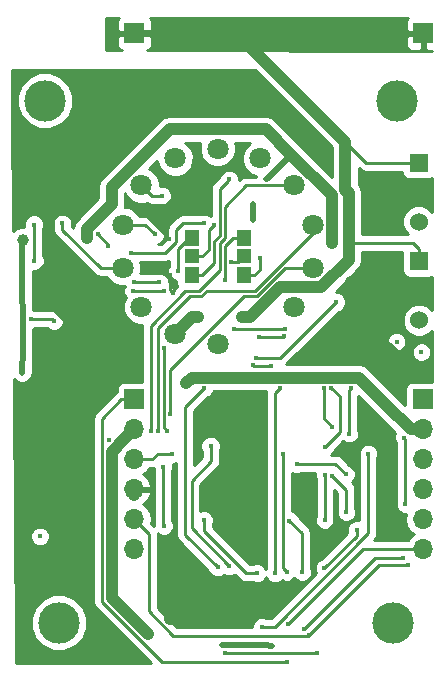
<source format=gtl>
%TF.GenerationSoftware,KiCad,Pcbnew,4.0.7*%
%TF.CreationDate,2017-11-19T00:55:32+08:00*%
%TF.ProjectId,finalRoundNixie,66696E616C526F756E644E697869652E,rev?*%
%TF.FileFunction,Copper,L1,Top,Signal*%
%FSLAX46Y46*%
G04 Gerber Fmt 4.6, Leading zero omitted, Abs format (unit mm)*
G04 Created by KiCad (PCBNEW 4.0.7) date 11/19/17 00:55:32*
%MOMM*%
%LPD*%
G01*
G04 APERTURE LIST*
%ADD10C,0.100000*%
%ADD11C,3.500000*%
%ADD12R,1.700000X1.700000*%
%ADD13O,1.700000X1.700000*%
%ADD14R,1.524000X1.524000*%
%ADD15C,1.524000*%
%ADD16C,1.800000*%
%ADD17R,1.300000X1.200000*%
%ADD18R,1.300000X1.400000*%
%ADD19C,0.400000*%
%ADD20C,0.453000*%
%ADD21C,1.000000*%
%ADD22C,0.250000*%
%ADD23C,1.000000*%
%ADD24C,0.500000*%
%ADD25C,0.254000*%
G04 APERTURE END LIST*
D10*
D11*
X33300000Y-7700000D03*
X3500000Y-7700000D03*
X4700000Y-51900000D03*
X33030000Y-51900000D03*
D12*
X11100000Y-2000000D03*
X11100000Y-33000000D03*
D13*
X11100000Y-35540000D03*
X11100000Y-38080000D03*
X11100000Y-40620000D03*
X11100000Y-43160000D03*
X11100000Y-45700000D03*
D12*
X35550000Y-2000000D03*
X35500000Y-33000000D03*
D13*
X35500000Y-35540000D03*
X35500000Y-38080000D03*
X35500000Y-40620000D03*
X35500000Y-43160000D03*
X35500000Y-45700000D03*
D14*
X35150000Y-12950000D03*
D15*
X35150000Y-17950000D03*
D14*
X35200000Y-21300000D03*
D15*
X35200000Y-26300000D03*
D16*
X18143155Y-11785798D03*
X14563614Y-12602805D03*
X11693045Y-14892007D03*
X10100000Y-18200000D03*
X10100000Y-21871596D03*
X11693045Y-25179589D03*
X14563614Y-27468791D03*
X18143155Y-28285798D03*
X24593265Y-25179589D03*
X26186310Y-21871596D03*
X26186310Y-18200000D03*
X24593265Y-14892007D03*
X21722696Y-12602805D03*
D17*
X15950000Y-20900000D03*
X20350000Y-20900000D03*
D18*
X15950000Y-19300000D03*
X20350000Y-19300000D03*
X15950000Y-22500000D03*
X20350000Y-22500000D03*
D19*
X33286404Y-28113596D03*
X35400000Y-29000000D03*
X3100000Y-44600000D03*
D20*
X8914858Y-36414858D03*
X7300000Y-34700000D03*
X25200000Y-10600000D03*
X27000000Y-12100000D03*
X20200000Y-8700000D03*
X18500000Y-8700000D03*
X14200000Y-8400000D03*
X10000000Y-8900000D03*
X7500000Y-10300000D03*
X4600000Y-11100000D03*
D21*
X31000000Y-27100000D03*
X33800000Y-29900000D03*
X2000000Y-42600000D03*
X2000000Y-49300000D03*
X2900000Y-46900000D03*
X5300000Y-47900000D03*
X6900000Y-49300000D03*
D20*
X14051510Y-19400000D03*
X14100000Y-22499999D03*
X10400000Y-16700000D03*
X14400000Y-24000000D03*
X4900000Y-16700000D03*
X6149996Y-32650000D03*
X18500000Y-53800000D03*
D21*
X14103370Y-51586629D03*
X16050000Y-47000000D03*
X20400000Y-35500000D03*
X20400000Y-41150000D03*
X29550000Y-25200000D03*
X29450000Y-23050000D03*
D20*
X31049998Y-18650000D03*
X22780010Y-53868490D03*
X6160000Y-29300000D03*
X3090000Y-24380000D03*
D19*
X6925000Y-16700000D03*
D20*
X26566500Y-54500000D03*
X18800000Y-54500000D03*
D21*
X27799999Y-19749999D03*
D20*
X21150000Y-16500000D03*
X21100000Y-17800000D03*
X22250000Y-14300000D03*
D21*
X7050000Y-19350000D03*
X1650000Y-19500000D03*
D19*
X1650000Y-28719990D03*
D20*
X1600000Y-30740000D03*
D19*
X21700000Y-21000000D03*
X17799978Y-18249978D03*
X19123653Y-14381176D03*
X24100000Y-52050000D03*
X25916120Y-52977817D03*
X34240000Y-47050000D03*
X24850000Y-38450000D03*
X14240000Y-37660000D03*
X29000000Y-39350000D03*
D20*
X29400000Y-1600000D03*
X32150000Y-1400000D03*
X14250000Y-1250000D03*
X28840000Y-1975000D03*
X32650000Y-1975000D03*
X18680000Y-1975000D03*
X13600000Y-2000000D03*
X14870000Y-2000000D03*
D21*
X16450000Y-26050000D03*
X20170000Y-26050000D03*
D19*
X17000000Y-18100000D03*
X10800000Y-20600000D03*
X13200000Y-23100000D03*
X11100000Y-23100000D03*
X13582330Y-23787486D03*
X11000000Y-23800000D03*
D20*
X8880351Y-20051510D03*
X7992924Y-19010254D03*
D19*
X5000000Y-18100000D03*
X12859282Y-19030507D03*
X23777459Y-27630064D03*
X21668480Y-27730000D03*
X27850000Y-39450000D03*
X27849998Y-35300000D03*
X29044277Y-42530012D03*
X27140256Y-32054796D03*
X13424979Y-15750000D03*
X27200002Y-43200000D03*
X23850865Y-27034560D03*
X27771650Y-32050011D03*
X19540000Y-27070010D03*
X27200000Y-37050000D03*
X27207998Y-39424990D03*
X13850000Y-35650000D03*
X13627808Y-28680000D03*
X12470296Y-35695216D03*
X13600000Y-43700000D03*
X13550000Y-38700000D03*
X13102798Y-35641999D03*
X14100000Y-34250000D03*
X29449988Y-32050011D03*
X29300000Y-35900000D03*
X23404832Y-32050011D03*
X22998109Y-47720010D03*
D20*
X2622954Y-21253286D03*
X2600000Y-18200000D03*
D19*
X21481076Y-47720010D03*
X16990000Y-43230000D03*
D20*
X17550000Y-36950000D03*
D19*
X19140000Y-47120000D03*
X27180000Y-47280000D03*
X29920000Y-44050000D03*
X17000000Y-32050011D03*
X18140000Y-47230000D03*
X25300000Y-47600000D03*
X24225010Y-43270000D03*
X21911239Y-52258761D03*
X30910000Y-37590000D03*
X24000000Y-47600000D03*
X23700000Y-37650000D03*
D20*
X28150000Y-24750000D03*
X21398490Y-29508778D03*
X21108705Y-30093969D03*
X22700000Y-30150000D03*
D21*
X12280000Y-52890000D03*
X15500000Y-31650000D03*
D19*
X32350000Y-33400000D03*
X4286512Y-26360000D03*
D20*
X24026500Y-55245010D03*
D19*
X25450000Y-52474990D03*
X33914488Y-36231958D03*
X2361109Y-26230088D03*
X33799989Y-46430464D03*
X34040000Y-41860000D03*
X18779512Y-22921990D03*
D20*
X14751510Y-22093863D03*
D19*
X19300000Y-21399992D03*
D22*
X25500000Y-10600000D02*
X25200000Y-10600000D01*
X27000000Y-12100000D02*
X25500000Y-10600000D01*
X18500000Y-8700000D02*
X20200000Y-8700000D01*
X10000000Y-8900000D02*
X13700000Y-8900000D01*
X13700000Y-8900000D02*
X14200000Y-8400000D01*
X4600000Y-11100000D02*
X6700000Y-11100000D01*
X6700000Y-11100000D02*
X7500000Y-10300000D01*
D23*
X33800000Y-29900000D02*
X31000000Y-27100000D01*
X2900000Y-46900000D02*
X2900000Y-48400000D01*
X2900000Y-48400000D02*
X2000000Y-49300000D01*
X6900000Y-49300000D02*
X6700000Y-49300000D01*
X6700000Y-49300000D02*
X5300000Y-47900000D01*
D24*
X6160000Y-27129681D02*
X3410319Y-24380000D01*
X6160000Y-29300000D02*
X6160000Y-27129681D01*
X3410319Y-24380000D02*
X3090000Y-24380000D01*
D22*
X10400000Y-16700000D02*
X11351510Y-16700000D01*
X13825011Y-19173501D02*
X14051510Y-19400000D01*
X11351510Y-16700000D02*
X13825011Y-19173501D01*
X14100000Y-22820318D02*
X14100000Y-22499999D01*
X14400000Y-24000000D02*
X14100000Y-23700000D01*
X14100000Y-23700000D02*
X14100000Y-22820318D01*
D24*
X22391201Y-53800000D02*
X18500000Y-53800000D01*
X22459691Y-53868490D02*
X22391201Y-53800000D01*
X22780010Y-53868490D02*
X22459691Y-53868490D01*
X4287998Y-16700000D02*
X4900000Y-16700000D01*
X4900000Y-16700000D02*
X6925000Y-16700000D01*
X6160000Y-32639996D02*
X6149996Y-32650000D01*
X6160000Y-29300000D02*
X6160000Y-32639996D01*
D23*
X16050000Y-49639999D02*
X14103370Y-51586629D01*
X16050000Y-47000000D02*
X16050000Y-49639999D01*
X20400000Y-41150000D02*
X20400000Y-35500000D01*
X29450000Y-25100000D02*
X29550000Y-25200000D01*
X29450000Y-23050000D02*
X29450000Y-25100000D01*
D24*
X3649999Y-18062001D02*
X3649999Y-17337999D01*
X3749999Y-18162001D02*
X3649999Y-18062001D01*
X3749999Y-23720001D02*
X3749999Y-18162001D01*
X3090000Y-24380000D02*
X3749999Y-23720001D01*
X3649999Y-17337999D02*
X4287998Y-16700000D01*
D23*
X11100000Y-41075000D02*
X11100000Y-40630000D01*
D22*
X18800000Y-54500000D02*
X26566500Y-54500000D01*
D23*
X22219260Y-10150000D02*
X24350000Y-12280740D01*
X14067050Y-10150000D02*
X22219260Y-10150000D01*
X9173499Y-16455279D02*
X9173499Y-15043551D01*
X7050000Y-18578778D02*
X9173499Y-16455279D01*
X9173499Y-15043551D02*
X14067050Y-10150000D01*
X7050000Y-19350000D02*
X7050000Y-18578778D01*
X27799999Y-15730739D02*
X27799999Y-19749999D01*
X24350000Y-12280740D02*
X27799999Y-15730739D01*
D24*
X22250000Y-14300000D02*
X22330740Y-14300000D01*
X22330740Y-14300000D02*
X24350000Y-12280740D01*
X21100000Y-17800000D02*
X21100000Y-16550000D01*
X21100000Y-16550000D02*
X21150000Y-16500000D01*
X1600000Y-21133500D02*
X1600000Y-19550000D01*
X1600000Y-19550000D02*
X1650000Y-19500000D01*
X1600000Y-30740000D02*
X1650000Y-28719990D01*
X1650000Y-28719990D02*
X1600000Y-21133500D01*
D22*
X21700000Y-22050000D02*
X21700000Y-21282842D01*
X20350000Y-22500000D02*
X21250000Y-22500000D01*
X21250000Y-22500000D02*
X21700000Y-22050000D01*
X21700000Y-21282842D02*
X21700000Y-21000000D01*
X17424965Y-18624991D02*
X17599979Y-18449977D01*
X16850000Y-20900000D02*
X17424965Y-20325035D01*
X15950000Y-20900000D02*
X16850000Y-20900000D01*
X17599979Y-18449977D02*
X17799978Y-18249978D01*
X17424965Y-20325035D02*
X17424965Y-18624991D01*
X15675000Y-20950000D02*
X15850000Y-20950000D01*
X17874976Y-19602202D02*
X18324988Y-19152190D01*
X18923654Y-14581175D02*
X19123653Y-14381176D01*
X18324988Y-15179841D02*
X18923654Y-14581175D01*
X16850000Y-22500000D02*
X17874976Y-21475024D01*
X18324988Y-19152190D02*
X18324988Y-15179841D01*
X17874976Y-21475024D02*
X17874976Y-19602202D01*
X15950000Y-22500000D02*
X16850000Y-22500000D01*
X30450000Y-45700000D02*
X24100000Y-52050000D01*
X35500000Y-45700000D02*
X30450000Y-45700000D01*
X14350000Y-53000000D02*
X12300000Y-50950000D01*
X12300000Y-44360000D02*
X11100000Y-43160000D01*
X25916120Y-52977817D02*
X25893937Y-53000000D01*
X12300000Y-50950000D02*
X12300000Y-44360000D01*
X25893937Y-53000000D02*
X14350000Y-53000000D01*
X31843937Y-47050000D02*
X25916120Y-52977817D01*
X34240000Y-47050000D02*
X31843937Y-47050000D01*
X28100000Y-38450000D02*
X24850000Y-38450000D01*
X29000000Y-39350000D02*
X28100000Y-38450000D01*
X12620000Y-38080000D02*
X13060000Y-37640000D01*
X13060000Y-37640000D02*
X14220000Y-37640000D01*
X14220000Y-37640000D02*
X14240000Y-37660000D01*
X11100000Y-38080000D02*
X12620000Y-38080000D01*
X35150000Y-12950000D02*
X30699991Y-12950000D01*
X30699991Y-12950000D02*
X28949991Y-11200000D01*
D23*
X28949991Y-11200000D02*
X19724991Y-1975000D01*
X19724991Y-1975000D02*
X18680000Y-1975000D01*
X29250000Y-21175908D02*
X29250000Y-19800000D01*
X20877106Y-26050000D02*
X23427106Y-23500000D01*
X26925908Y-23500000D02*
X29250000Y-21175908D01*
X20170000Y-26050000D02*
X20877106Y-26050000D01*
X23427106Y-23500000D02*
X26925908Y-23500000D01*
X29250000Y-19800000D02*
X29250000Y-15543516D01*
D22*
X35200000Y-21300000D02*
X35200000Y-20288000D01*
X35200000Y-20288000D02*
X34712000Y-19800000D01*
X34712000Y-19800000D02*
X29250000Y-19800000D01*
D23*
X28949991Y-15243507D02*
X28949991Y-11200000D01*
D24*
X17955000Y-1250000D02*
X14250000Y-1250000D01*
X18680000Y-1975000D02*
X17955000Y-1250000D01*
X14250000Y-1380000D02*
X14250000Y-1250000D01*
X14870000Y-2000000D02*
X14250000Y-1380000D01*
D23*
X29250000Y-15543516D02*
X28949991Y-15243507D01*
D24*
X13600000Y-2000000D02*
X11100000Y-2000000D01*
X14870000Y-2000000D02*
X13600000Y-2000000D01*
D23*
X14563614Y-27468791D02*
X15982405Y-26050000D01*
X15982405Y-26050000D02*
X16450000Y-26050000D01*
D22*
X16717158Y-18100000D02*
X17000000Y-18100000D01*
X14603011Y-18696989D02*
X15200000Y-18100000D01*
X13667732Y-20600000D02*
X14603011Y-19664721D01*
X10800000Y-20600000D02*
X13667732Y-20600000D01*
X14603011Y-19664721D02*
X14603011Y-18696989D01*
X15200000Y-18100000D02*
X16717158Y-18100000D01*
X11100000Y-23100000D02*
X13200000Y-23100000D01*
X11000000Y-23800000D02*
X13569816Y-23800000D01*
X13569816Y-23800000D02*
X13582330Y-23787486D01*
X8880351Y-19897681D02*
X8880351Y-20051510D01*
X7992924Y-19010254D02*
X8880351Y-19897681D01*
X8250594Y-21871596D02*
X5000000Y-18621002D01*
X5000000Y-18621002D02*
X5000000Y-18100000D01*
X10100000Y-21871596D02*
X8250594Y-21871596D01*
X12659283Y-18830508D02*
X12859282Y-19030507D01*
X12028775Y-18200000D02*
X12659283Y-18830508D01*
X10100000Y-18200000D02*
X12028775Y-18200000D01*
X21668480Y-27730000D02*
X23677523Y-27730000D01*
X23677523Y-27730000D02*
X23777459Y-27630064D01*
X27140256Y-34590258D02*
X27849998Y-35300000D01*
X27140256Y-32054796D02*
X27140256Y-34590258D01*
X29044277Y-40644277D02*
X27850000Y-39450000D01*
X29044277Y-42530012D02*
X29044277Y-40644277D01*
X12593044Y-15792006D02*
X13382973Y-15792006D01*
X11693045Y-14892007D02*
X12593044Y-15792006D01*
X13382973Y-15792006D02*
X13424979Y-15750000D01*
X27207998Y-39424990D02*
X27207998Y-43192004D01*
X27207998Y-43192004D02*
X27200002Y-43200000D01*
X23815415Y-27070010D02*
X23850865Y-27034560D01*
X19540000Y-27070010D02*
X23815415Y-27070010D01*
X28475001Y-32753362D02*
X27771650Y-32050011D01*
X28475001Y-35774999D02*
X28475001Y-32753362D01*
X27200000Y-37050000D02*
X28475001Y-35774999D01*
X13850000Y-35650000D02*
X13574998Y-35374998D01*
X13574998Y-29015652D02*
X13627808Y-28962842D01*
X13574998Y-35374998D02*
X13574998Y-29015652D01*
X13627808Y-28962842D02*
X13627808Y-28680000D01*
X22000000Y-13080109D02*
X21522696Y-12602805D01*
X12470296Y-26745926D02*
X12470296Y-35412374D01*
X15416222Y-23800000D02*
X12470296Y-26745926D01*
X18324987Y-22060015D02*
X16585002Y-23800000D01*
X18324987Y-19788602D02*
X18324987Y-22060015D01*
X24593265Y-14892007D02*
X20584997Y-14892007D01*
X18774999Y-19338590D02*
X18324987Y-19788602D01*
X18774999Y-16702005D02*
X18774999Y-19338590D01*
X20584997Y-14892007D02*
X18774999Y-16702005D01*
X12470296Y-35412374D02*
X12470296Y-35695216D01*
X16585002Y-23800000D02*
X15416222Y-23800000D01*
X13550000Y-43650000D02*
X13600000Y-43700000D01*
X13550000Y-38700000D02*
X13550000Y-43650000D01*
X26186310Y-18200000D02*
X26186310Y-18913690D01*
X26186310Y-18913690D02*
X21300000Y-23800000D01*
X21300000Y-23800000D02*
X17221413Y-23800000D01*
X17221413Y-23800000D02*
X16771402Y-24250011D01*
X16771402Y-24250011D02*
X15821392Y-24250011D01*
X15821392Y-24250011D02*
X13102798Y-26968605D01*
X13102798Y-26968605D02*
X13102798Y-35359157D01*
X13102798Y-35359157D02*
X13102798Y-35641999D01*
X14100000Y-30517160D02*
X14100000Y-33967158D01*
X23864814Y-21871596D02*
X21486399Y-24250011D01*
X14100000Y-33967158D02*
X14100000Y-34250000D01*
X20367149Y-24250011D02*
X14100000Y-30517160D01*
X21486399Y-24250011D02*
X20367149Y-24250011D01*
X26186310Y-21871596D02*
X23864814Y-21871596D01*
X29300000Y-32199999D02*
X29449988Y-32050011D01*
X29300000Y-35900000D02*
X29300000Y-32199999D01*
X22998109Y-47720010D02*
X22998109Y-32456734D01*
X22998109Y-32456734D02*
X23404832Y-32050011D01*
X2600000Y-21230332D02*
X2622954Y-21253286D01*
X2600000Y-18200000D02*
X2600000Y-21230332D01*
X20556824Y-47720010D02*
X21481076Y-47720010D01*
X16990000Y-44153186D02*
X20556824Y-47720010D01*
X16990000Y-43230000D02*
X16990000Y-44153186D01*
X17615013Y-38208402D02*
X17615013Y-37015013D01*
X17615013Y-37015013D02*
X17550000Y-36950000D01*
X15930000Y-39893415D02*
X17615013Y-38208402D01*
X19140000Y-47120000D02*
X15930000Y-43910000D01*
X15930000Y-43910000D02*
X15930000Y-39893415D01*
X29920000Y-44050000D02*
X29920000Y-44540000D01*
X29920000Y-44540000D02*
X27180000Y-47280000D01*
X15404998Y-33645013D02*
X17000000Y-32050011D01*
X15404998Y-44494998D02*
X15404998Y-33645013D01*
X18140000Y-47230000D02*
X15404998Y-44494998D01*
X25300000Y-47317158D02*
X25300000Y-47600000D01*
X24225010Y-43270000D02*
X25300000Y-44344990D01*
X25300000Y-44344990D02*
X25300000Y-47317158D01*
X22974081Y-52258761D02*
X21911239Y-52258761D01*
X30910000Y-37590000D02*
X30910000Y-44322842D01*
X30910000Y-44322842D02*
X22974081Y-52258761D01*
X23800001Y-47400001D02*
X24000000Y-47600000D01*
X23700000Y-37650000D02*
X23700000Y-47300000D01*
X23700000Y-47300000D02*
X23800001Y-47400001D01*
X21398490Y-29508778D02*
X23391222Y-29508778D01*
X23391222Y-29508778D02*
X28150000Y-24750000D01*
X22700000Y-30150000D02*
X21164736Y-30150000D01*
X21164736Y-30150000D02*
X21108705Y-30093969D01*
D23*
X9200000Y-37440000D02*
X10250001Y-36389999D01*
X12280000Y-52890000D02*
X9200000Y-49810000D01*
X9200000Y-49810000D02*
X9200000Y-37440000D01*
X10250001Y-36389999D02*
X11100000Y-35540000D01*
X32350000Y-33400000D02*
X34490000Y-35540000D01*
X34490000Y-35540000D02*
X35500000Y-35540000D01*
X15999999Y-31150001D02*
X30100001Y-31150001D01*
X30100001Y-31150001D02*
X32350000Y-33400000D01*
X15500000Y-31650000D02*
X15999999Y-31150001D01*
D22*
X4156600Y-26230088D02*
X4286512Y-26360000D01*
X2361109Y-26230088D02*
X4156600Y-26230088D01*
X13468270Y-55245010D02*
X24026500Y-55245010D01*
X8360000Y-34640000D02*
X8360000Y-50136740D01*
X10000000Y-33000000D02*
X8360000Y-34640000D01*
X11100000Y-33000000D02*
X10000000Y-33000000D01*
X8360000Y-50136740D02*
X13468270Y-55245010D01*
X31494526Y-46430464D02*
X25450000Y-52474990D01*
X33799989Y-46430464D02*
X31494526Y-46430464D01*
X34040000Y-41860000D02*
X34040000Y-36357470D01*
X34040000Y-36357470D02*
X33914488Y-36231958D01*
X19450000Y-19300000D02*
X18774998Y-19975002D01*
X18779512Y-22639148D02*
X18779512Y-22921990D01*
X18774998Y-22634634D02*
X18779512Y-22639148D01*
X20350000Y-19300000D02*
X19450000Y-19300000D01*
X18774998Y-19975002D02*
X18774998Y-22634634D01*
X15752635Y-19300000D02*
X14751510Y-20301125D01*
X14751510Y-21773544D02*
X14751510Y-22093863D01*
X15950000Y-19300000D02*
X15752635Y-19300000D01*
X14751510Y-20301125D02*
X14751510Y-21773544D01*
X19582842Y-21399992D02*
X19300000Y-21399992D01*
X19850008Y-21399992D02*
X19582842Y-21399992D01*
X20350000Y-20900000D02*
X19850008Y-21399992D01*
X20250000Y-20950000D02*
X20121894Y-21078106D01*
D25*
G36*
X27814991Y-11670132D02*
X27814991Y-14140599D01*
X23021826Y-9347434D01*
X22653606Y-9101397D01*
X22219260Y-9015000D01*
X14067050Y-9015000D01*
X13632704Y-9101397D01*
X13264484Y-9347434D01*
X8370933Y-14240985D01*
X8124896Y-14609205D01*
X8038499Y-15043551D01*
X8038499Y-15985147D01*
X6247434Y-17776212D01*
X6001397Y-18144432D01*
X5934507Y-18480707D01*
X5801338Y-18347538D01*
X5834855Y-18266821D01*
X5835145Y-17934637D01*
X5708292Y-17627628D01*
X5473607Y-17392534D01*
X5166821Y-17265145D01*
X4834637Y-17264855D01*
X4527628Y-17391708D01*
X4292534Y-17626393D01*
X4165145Y-17933179D01*
X4164855Y-18265363D01*
X4240000Y-18447229D01*
X4240000Y-18621002D01*
X4297852Y-18911841D01*
X4462599Y-19158403D01*
X7713193Y-22408997D01*
X7959755Y-22573744D01*
X8250594Y-22631596D01*
X8753154Y-22631596D01*
X8797932Y-22739967D01*
X9229357Y-23172147D01*
X9793330Y-23406329D01*
X10259173Y-23406735D01*
X10165145Y-23633179D01*
X10164855Y-23965363D01*
X10291708Y-24272372D01*
X10373612Y-24354419D01*
X10158312Y-24872919D01*
X10157780Y-25483580D01*
X10390977Y-26047960D01*
X10822402Y-26480140D01*
X11386375Y-26714322D01*
X11716525Y-26714610D01*
X11710296Y-26745926D01*
X11710296Y-31502560D01*
X10250000Y-31502560D01*
X10014683Y-31546838D01*
X9798559Y-31685910D01*
X9653569Y-31898110D01*
X9602560Y-32150000D01*
X9602560Y-32369080D01*
X9462599Y-32462599D01*
X7822599Y-34102599D01*
X7657852Y-34349161D01*
X7600000Y-34640000D01*
X7600000Y-50136740D01*
X7657852Y-50427579D01*
X7822599Y-50674141D01*
X12461458Y-55313000D01*
X1056198Y-55313000D01*
X1037590Y-52372325D01*
X2314587Y-52372325D01*
X2676916Y-53249229D01*
X3347242Y-53920726D01*
X4223513Y-54284585D01*
X5172325Y-54285413D01*
X6049229Y-53923084D01*
X6720726Y-53252758D01*
X7084585Y-52376487D01*
X7085413Y-51427675D01*
X6723084Y-50550771D01*
X6052758Y-49879274D01*
X5176487Y-49515415D01*
X4227675Y-49514587D01*
X3350771Y-49876916D01*
X2679274Y-50547242D01*
X2315415Y-51423513D01*
X2314587Y-52372325D01*
X1037590Y-52372325D01*
X989454Y-44765363D01*
X2264855Y-44765363D01*
X2391708Y-45072372D01*
X2626393Y-45307466D01*
X2933179Y-45434855D01*
X3265363Y-45435145D01*
X3572372Y-45308292D01*
X3807466Y-45073607D01*
X3934855Y-44766821D01*
X3935145Y-44434637D01*
X3808292Y-44127628D01*
X3573607Y-43892534D01*
X3266821Y-43765145D01*
X2934637Y-43764855D01*
X2627628Y-43891708D01*
X2392534Y-44126393D01*
X2265145Y-44433179D01*
X2264855Y-44765363D01*
X989454Y-44765363D01*
X904015Y-31263374D01*
X958917Y-31350113D01*
X1069651Y-31428134D01*
X1111362Y-31469918D01*
X1154201Y-31487706D01*
X1241197Y-31549002D01*
X1373357Y-31578708D01*
X1427885Y-31601350D01*
X1474270Y-31601390D01*
X1578101Y-31624729D01*
X1711571Y-31601597D01*
X1770611Y-31601649D01*
X1813480Y-31583936D01*
X1918339Y-31565763D01*
X2032797Y-31493316D01*
X2087363Y-31470770D01*
X2120190Y-31438000D01*
X2210113Y-31381083D01*
X2288134Y-31270349D01*
X2329918Y-31228638D01*
X2347706Y-31185799D01*
X2409002Y-31098803D01*
X2438708Y-30966643D01*
X2461350Y-30912115D01*
X2461390Y-30865730D01*
X2484729Y-30761899D01*
X2534729Y-28741889D01*
X2532322Y-28728001D01*
X2534981Y-28714158D01*
X2524113Y-27065231D01*
X2526472Y-27065233D01*
X2708338Y-26990088D01*
X3735662Y-26990088D01*
X3812905Y-27067466D01*
X4119691Y-27194855D01*
X4451875Y-27195145D01*
X4758884Y-27068292D01*
X4993978Y-26833607D01*
X5121367Y-26526821D01*
X5121657Y-26194637D01*
X4994804Y-25887628D01*
X4760119Y-25652534D01*
X4453333Y-25525145D01*
X4433300Y-25525128D01*
X4156600Y-25470088D01*
X2708200Y-25470088D01*
X2527930Y-25395233D01*
X2513107Y-25395220D01*
X2491486Y-22114671D01*
X2793565Y-22114935D01*
X3110317Y-21984056D01*
X3352872Y-21741924D01*
X3484304Y-21425401D01*
X3484603Y-21082675D01*
X3360000Y-20781112D01*
X3360000Y-18616193D01*
X3461350Y-18372115D01*
X3461649Y-18029389D01*
X3330770Y-17712637D01*
X3088638Y-17470082D01*
X2772115Y-17338650D01*
X2429389Y-17338351D01*
X2112637Y-17469230D01*
X1870082Y-17711362D01*
X1738650Y-18027885D01*
X1738356Y-18365076D01*
X1425225Y-18364803D01*
X1007914Y-18537233D01*
X824644Y-18720184D01*
X757899Y-8172325D01*
X1114587Y-8172325D01*
X1476916Y-9049229D01*
X2147242Y-9720726D01*
X3023513Y-10084585D01*
X3972325Y-10085413D01*
X4849229Y-9723084D01*
X5520726Y-9052758D01*
X5884585Y-8176487D01*
X5885413Y-7227675D01*
X5523084Y-6350771D01*
X4852758Y-5679274D01*
X3976487Y-5315415D01*
X3027675Y-5314587D01*
X2150771Y-5676916D01*
X1479274Y-6347242D01*
X1115415Y-7223513D01*
X1114587Y-8172325D01*
X757899Y-8172325D01*
X738628Y-5127000D01*
X21271859Y-5127000D01*
X27814991Y-11670132D01*
X27814991Y-11670132D01*
G37*
X27814991Y-11670132D02*
X27814991Y-14140599D01*
X23021826Y-9347434D01*
X22653606Y-9101397D01*
X22219260Y-9015000D01*
X14067050Y-9015000D01*
X13632704Y-9101397D01*
X13264484Y-9347434D01*
X8370933Y-14240985D01*
X8124896Y-14609205D01*
X8038499Y-15043551D01*
X8038499Y-15985147D01*
X6247434Y-17776212D01*
X6001397Y-18144432D01*
X5934507Y-18480707D01*
X5801338Y-18347538D01*
X5834855Y-18266821D01*
X5835145Y-17934637D01*
X5708292Y-17627628D01*
X5473607Y-17392534D01*
X5166821Y-17265145D01*
X4834637Y-17264855D01*
X4527628Y-17391708D01*
X4292534Y-17626393D01*
X4165145Y-17933179D01*
X4164855Y-18265363D01*
X4240000Y-18447229D01*
X4240000Y-18621002D01*
X4297852Y-18911841D01*
X4462599Y-19158403D01*
X7713193Y-22408997D01*
X7959755Y-22573744D01*
X8250594Y-22631596D01*
X8753154Y-22631596D01*
X8797932Y-22739967D01*
X9229357Y-23172147D01*
X9793330Y-23406329D01*
X10259173Y-23406735D01*
X10165145Y-23633179D01*
X10164855Y-23965363D01*
X10291708Y-24272372D01*
X10373612Y-24354419D01*
X10158312Y-24872919D01*
X10157780Y-25483580D01*
X10390977Y-26047960D01*
X10822402Y-26480140D01*
X11386375Y-26714322D01*
X11716525Y-26714610D01*
X11710296Y-26745926D01*
X11710296Y-31502560D01*
X10250000Y-31502560D01*
X10014683Y-31546838D01*
X9798559Y-31685910D01*
X9653569Y-31898110D01*
X9602560Y-32150000D01*
X9602560Y-32369080D01*
X9462599Y-32462599D01*
X7822599Y-34102599D01*
X7657852Y-34349161D01*
X7600000Y-34640000D01*
X7600000Y-50136740D01*
X7657852Y-50427579D01*
X7822599Y-50674141D01*
X12461458Y-55313000D01*
X1056198Y-55313000D01*
X1037590Y-52372325D01*
X2314587Y-52372325D01*
X2676916Y-53249229D01*
X3347242Y-53920726D01*
X4223513Y-54284585D01*
X5172325Y-54285413D01*
X6049229Y-53923084D01*
X6720726Y-53252758D01*
X7084585Y-52376487D01*
X7085413Y-51427675D01*
X6723084Y-50550771D01*
X6052758Y-49879274D01*
X5176487Y-49515415D01*
X4227675Y-49514587D01*
X3350771Y-49876916D01*
X2679274Y-50547242D01*
X2315415Y-51423513D01*
X2314587Y-52372325D01*
X1037590Y-52372325D01*
X989454Y-44765363D01*
X2264855Y-44765363D01*
X2391708Y-45072372D01*
X2626393Y-45307466D01*
X2933179Y-45434855D01*
X3265363Y-45435145D01*
X3572372Y-45308292D01*
X3807466Y-45073607D01*
X3934855Y-44766821D01*
X3935145Y-44434637D01*
X3808292Y-44127628D01*
X3573607Y-43892534D01*
X3266821Y-43765145D01*
X2934637Y-43764855D01*
X2627628Y-43891708D01*
X2392534Y-44126393D01*
X2265145Y-44433179D01*
X2264855Y-44765363D01*
X989454Y-44765363D01*
X904015Y-31263374D01*
X958917Y-31350113D01*
X1069651Y-31428134D01*
X1111362Y-31469918D01*
X1154201Y-31487706D01*
X1241197Y-31549002D01*
X1373357Y-31578708D01*
X1427885Y-31601350D01*
X1474270Y-31601390D01*
X1578101Y-31624729D01*
X1711571Y-31601597D01*
X1770611Y-31601649D01*
X1813480Y-31583936D01*
X1918339Y-31565763D01*
X2032797Y-31493316D01*
X2087363Y-31470770D01*
X2120190Y-31438000D01*
X2210113Y-31381083D01*
X2288134Y-31270349D01*
X2329918Y-31228638D01*
X2347706Y-31185799D01*
X2409002Y-31098803D01*
X2438708Y-30966643D01*
X2461350Y-30912115D01*
X2461390Y-30865730D01*
X2484729Y-30761899D01*
X2534729Y-28741889D01*
X2532322Y-28728001D01*
X2534981Y-28714158D01*
X2524113Y-27065231D01*
X2526472Y-27065233D01*
X2708338Y-26990088D01*
X3735662Y-26990088D01*
X3812905Y-27067466D01*
X4119691Y-27194855D01*
X4451875Y-27195145D01*
X4758884Y-27068292D01*
X4993978Y-26833607D01*
X5121367Y-26526821D01*
X5121657Y-26194637D01*
X4994804Y-25887628D01*
X4760119Y-25652534D01*
X4453333Y-25525145D01*
X4433300Y-25525128D01*
X4156600Y-25470088D01*
X2708200Y-25470088D01*
X2527930Y-25395233D01*
X2513107Y-25395220D01*
X2491486Y-22114671D01*
X2793565Y-22114935D01*
X3110317Y-21984056D01*
X3352872Y-21741924D01*
X3484304Y-21425401D01*
X3484603Y-21082675D01*
X3360000Y-20781112D01*
X3360000Y-18616193D01*
X3461350Y-18372115D01*
X3461649Y-18029389D01*
X3330770Y-17712637D01*
X3088638Y-17470082D01*
X2772115Y-17338650D01*
X2429389Y-17338351D01*
X2112637Y-17469230D01*
X1870082Y-17711362D01*
X1738650Y-18027885D01*
X1738356Y-18365076D01*
X1425225Y-18364803D01*
X1007914Y-18537233D01*
X824644Y-18720184D01*
X757899Y-8172325D01*
X1114587Y-8172325D01*
X1476916Y-9049229D01*
X2147242Y-9720726D01*
X3023513Y-10084585D01*
X3972325Y-10085413D01*
X4849229Y-9723084D01*
X5520726Y-9052758D01*
X5884585Y-8176487D01*
X5885413Y-7227675D01*
X5523084Y-6350771D01*
X4852758Y-5679274D01*
X3976487Y-5315415D01*
X3027675Y-5314587D01*
X2150771Y-5676916D01*
X1479274Y-6347242D01*
X1115415Y-7223513D01*
X1114587Y-8172325D01*
X757899Y-8172325D01*
X738628Y-5127000D01*
X21271859Y-5127000D01*
X27814991Y-11670132D01*
G36*
X33176566Y-35831698D02*
X33079633Y-36065137D01*
X33079343Y-36397321D01*
X33206196Y-36704330D01*
X33280000Y-36778263D01*
X33280000Y-41512909D01*
X33205145Y-41693179D01*
X33204855Y-42025363D01*
X33331708Y-42332372D01*
X33566393Y-42567466D01*
X33873179Y-42694855D01*
X34078395Y-42695034D01*
X33985907Y-43160000D01*
X34098946Y-43728285D01*
X34420853Y-44210054D01*
X34750026Y-44430000D01*
X34420853Y-44649946D01*
X34227046Y-44940000D01*
X31367644Y-44940000D01*
X31447401Y-44860243D01*
X31612148Y-44613682D01*
X31670000Y-44322842D01*
X31670000Y-37937091D01*
X31744855Y-37756821D01*
X31745145Y-37424637D01*
X31618292Y-37117628D01*
X31383607Y-36882534D01*
X31076821Y-36755145D01*
X30744637Y-36754855D01*
X30437628Y-36881708D01*
X30202534Y-37116393D01*
X30075145Y-37423179D01*
X30074855Y-37755363D01*
X30150000Y-37937229D01*
X30150000Y-43241379D01*
X30086821Y-43215145D01*
X29754637Y-43214855D01*
X29447628Y-43341708D01*
X29212534Y-43576393D01*
X29085145Y-43883179D01*
X29084855Y-44215363D01*
X29109702Y-44275496D01*
X26888030Y-46497168D01*
X26707628Y-46571708D01*
X26472534Y-46806393D01*
X26345145Y-47113179D01*
X26344855Y-47445363D01*
X26452399Y-47705641D01*
X22659279Y-51498761D01*
X22258330Y-51498761D01*
X22078060Y-51423906D01*
X21745876Y-51423616D01*
X21438867Y-51550469D01*
X21203773Y-51785154D01*
X21076384Y-52091940D01*
X21076255Y-52240000D01*
X14664802Y-52240000D01*
X13060000Y-50635198D01*
X13060000Y-44360000D01*
X13055270Y-44336219D01*
X13126393Y-44407466D01*
X13433179Y-44534855D01*
X13765363Y-44535145D01*
X14072372Y-44408292D01*
X14307466Y-44173607D01*
X14434855Y-43866821D01*
X14435145Y-43534637D01*
X14310000Y-43231762D01*
X14310000Y-39047091D01*
X14384855Y-38866821D01*
X14385145Y-38534637D01*
X14368814Y-38495113D01*
X14405363Y-38495145D01*
X14644998Y-38396130D01*
X14644998Y-44494998D01*
X14702850Y-44785837D01*
X14867597Y-45032399D01*
X17357168Y-47521970D01*
X17431708Y-47702372D01*
X17666393Y-47937466D01*
X17973179Y-48064855D01*
X18305363Y-48065145D01*
X18612372Y-47938292D01*
X18706647Y-47844181D01*
X18973179Y-47954855D01*
X19305363Y-47955145D01*
X19596756Y-47834744D01*
X20019423Y-48257411D01*
X20265985Y-48422158D01*
X20556824Y-48480010D01*
X21133985Y-48480010D01*
X21314255Y-48554865D01*
X21646439Y-48555155D01*
X21953448Y-48428302D01*
X22188542Y-48193617D01*
X22239560Y-48070751D01*
X22289817Y-48192382D01*
X22524502Y-48427476D01*
X22831288Y-48554865D01*
X23163472Y-48555155D01*
X23470481Y-48428302D01*
X23572393Y-48326567D01*
X23833179Y-48434855D01*
X24165363Y-48435145D01*
X24472372Y-48308292D01*
X24650104Y-48130869D01*
X24826393Y-48307466D01*
X25133179Y-48434855D01*
X25465363Y-48435145D01*
X25772372Y-48308292D01*
X26007466Y-48073607D01*
X26134855Y-47766821D01*
X26135145Y-47434637D01*
X26060000Y-47252771D01*
X26060000Y-44344990D01*
X26002148Y-44054151D01*
X26002148Y-44054150D01*
X25837401Y-43807589D01*
X25007842Y-42978030D01*
X24933302Y-42797628D01*
X24698617Y-42562534D01*
X24460000Y-42463451D01*
X24460000Y-39192183D01*
X24683179Y-39284855D01*
X25015363Y-39285145D01*
X25197229Y-39210000D01*
X26393145Y-39210000D01*
X26373143Y-39258169D01*
X26372853Y-39590353D01*
X26447998Y-39772219D01*
X26447998Y-42833652D01*
X26365147Y-43033179D01*
X26364857Y-43365363D01*
X26491710Y-43672372D01*
X26726395Y-43907466D01*
X27033181Y-44034855D01*
X27365365Y-44035145D01*
X27672374Y-43908292D01*
X27907468Y-43673607D01*
X28034857Y-43366821D01*
X28035147Y-43034637D01*
X27967998Y-42872123D01*
X27967998Y-40642800D01*
X28284277Y-40959079D01*
X28284277Y-42182921D01*
X28209422Y-42363191D01*
X28209132Y-42695375D01*
X28335985Y-43002384D01*
X28570670Y-43237478D01*
X28877456Y-43364867D01*
X29209640Y-43365157D01*
X29516649Y-43238304D01*
X29751743Y-43003619D01*
X29879132Y-42696833D01*
X29879422Y-42364649D01*
X29804277Y-42182783D01*
X29804277Y-40644277D01*
X29746425Y-40353438D01*
X29581678Y-40106876D01*
X29502759Y-40027957D01*
X29707466Y-39823607D01*
X29834855Y-39516821D01*
X29835145Y-39184637D01*
X29708292Y-38877628D01*
X29473607Y-38642534D01*
X29291873Y-38567071D01*
X28637401Y-37912599D01*
X28390839Y-37747852D01*
X28100000Y-37690000D01*
X27740783Y-37690000D01*
X27907466Y-37523607D01*
X27982929Y-37341873D01*
X28771912Y-36552890D01*
X28826393Y-36607466D01*
X29133179Y-36734855D01*
X29465363Y-36735145D01*
X29772372Y-36608292D01*
X30007466Y-36373607D01*
X30134855Y-36066821D01*
X30135145Y-35734637D01*
X30060000Y-35552771D01*
X30060000Y-32715132D01*
X33176566Y-35831698D01*
X33176566Y-35831698D01*
G37*
X33176566Y-35831698D02*
X33079633Y-36065137D01*
X33079343Y-36397321D01*
X33206196Y-36704330D01*
X33280000Y-36778263D01*
X33280000Y-41512909D01*
X33205145Y-41693179D01*
X33204855Y-42025363D01*
X33331708Y-42332372D01*
X33566393Y-42567466D01*
X33873179Y-42694855D01*
X34078395Y-42695034D01*
X33985907Y-43160000D01*
X34098946Y-43728285D01*
X34420853Y-44210054D01*
X34750026Y-44430000D01*
X34420853Y-44649946D01*
X34227046Y-44940000D01*
X31367644Y-44940000D01*
X31447401Y-44860243D01*
X31612148Y-44613682D01*
X31670000Y-44322842D01*
X31670000Y-37937091D01*
X31744855Y-37756821D01*
X31745145Y-37424637D01*
X31618292Y-37117628D01*
X31383607Y-36882534D01*
X31076821Y-36755145D01*
X30744637Y-36754855D01*
X30437628Y-36881708D01*
X30202534Y-37116393D01*
X30075145Y-37423179D01*
X30074855Y-37755363D01*
X30150000Y-37937229D01*
X30150000Y-43241379D01*
X30086821Y-43215145D01*
X29754637Y-43214855D01*
X29447628Y-43341708D01*
X29212534Y-43576393D01*
X29085145Y-43883179D01*
X29084855Y-44215363D01*
X29109702Y-44275496D01*
X26888030Y-46497168D01*
X26707628Y-46571708D01*
X26472534Y-46806393D01*
X26345145Y-47113179D01*
X26344855Y-47445363D01*
X26452399Y-47705641D01*
X22659279Y-51498761D01*
X22258330Y-51498761D01*
X22078060Y-51423906D01*
X21745876Y-51423616D01*
X21438867Y-51550469D01*
X21203773Y-51785154D01*
X21076384Y-52091940D01*
X21076255Y-52240000D01*
X14664802Y-52240000D01*
X13060000Y-50635198D01*
X13060000Y-44360000D01*
X13055270Y-44336219D01*
X13126393Y-44407466D01*
X13433179Y-44534855D01*
X13765363Y-44535145D01*
X14072372Y-44408292D01*
X14307466Y-44173607D01*
X14434855Y-43866821D01*
X14435145Y-43534637D01*
X14310000Y-43231762D01*
X14310000Y-39047091D01*
X14384855Y-38866821D01*
X14385145Y-38534637D01*
X14368814Y-38495113D01*
X14405363Y-38495145D01*
X14644998Y-38396130D01*
X14644998Y-44494998D01*
X14702850Y-44785837D01*
X14867597Y-45032399D01*
X17357168Y-47521970D01*
X17431708Y-47702372D01*
X17666393Y-47937466D01*
X17973179Y-48064855D01*
X18305363Y-48065145D01*
X18612372Y-47938292D01*
X18706647Y-47844181D01*
X18973179Y-47954855D01*
X19305363Y-47955145D01*
X19596756Y-47834744D01*
X20019423Y-48257411D01*
X20265985Y-48422158D01*
X20556824Y-48480010D01*
X21133985Y-48480010D01*
X21314255Y-48554865D01*
X21646439Y-48555155D01*
X21953448Y-48428302D01*
X22188542Y-48193617D01*
X22239560Y-48070751D01*
X22289817Y-48192382D01*
X22524502Y-48427476D01*
X22831288Y-48554865D01*
X23163472Y-48555155D01*
X23470481Y-48428302D01*
X23572393Y-48326567D01*
X23833179Y-48434855D01*
X24165363Y-48435145D01*
X24472372Y-48308292D01*
X24650104Y-48130869D01*
X24826393Y-48307466D01*
X25133179Y-48434855D01*
X25465363Y-48435145D01*
X25772372Y-48308292D01*
X26007466Y-48073607D01*
X26134855Y-47766821D01*
X26135145Y-47434637D01*
X26060000Y-47252771D01*
X26060000Y-44344990D01*
X26002148Y-44054151D01*
X26002148Y-44054150D01*
X25837401Y-43807589D01*
X25007842Y-42978030D01*
X24933302Y-42797628D01*
X24698617Y-42562534D01*
X24460000Y-42463451D01*
X24460000Y-39192183D01*
X24683179Y-39284855D01*
X25015363Y-39285145D01*
X25197229Y-39210000D01*
X26393145Y-39210000D01*
X26373143Y-39258169D01*
X26372853Y-39590353D01*
X26447998Y-39772219D01*
X26447998Y-42833652D01*
X26365147Y-43033179D01*
X26364857Y-43365363D01*
X26491710Y-43672372D01*
X26726395Y-43907466D01*
X27033181Y-44034855D01*
X27365365Y-44035145D01*
X27672374Y-43908292D01*
X27907468Y-43673607D01*
X28034857Y-43366821D01*
X28035147Y-43034637D01*
X27967998Y-42872123D01*
X27967998Y-40642800D01*
X28284277Y-40959079D01*
X28284277Y-42182921D01*
X28209422Y-42363191D01*
X28209132Y-42695375D01*
X28335985Y-43002384D01*
X28570670Y-43237478D01*
X28877456Y-43364867D01*
X29209640Y-43365157D01*
X29516649Y-43238304D01*
X29751743Y-43003619D01*
X29879132Y-42696833D01*
X29879422Y-42364649D01*
X29804277Y-42182783D01*
X29804277Y-40644277D01*
X29746425Y-40353438D01*
X29581678Y-40106876D01*
X29502759Y-40027957D01*
X29707466Y-39823607D01*
X29834855Y-39516821D01*
X29835145Y-39184637D01*
X29708292Y-38877628D01*
X29473607Y-38642534D01*
X29291873Y-38567071D01*
X28637401Y-37912599D01*
X28390839Y-37747852D01*
X28100000Y-37690000D01*
X27740783Y-37690000D01*
X27907466Y-37523607D01*
X27982929Y-37341873D01*
X28771912Y-36552890D01*
X28826393Y-36607466D01*
X29133179Y-36734855D01*
X29465363Y-36735145D01*
X29772372Y-36608292D01*
X30007466Y-36373607D01*
X30134855Y-36066821D01*
X30135145Y-35734637D01*
X30060000Y-35552771D01*
X30060000Y-32715132D01*
X33176566Y-35831698D01*
G36*
X22238109Y-32456734D02*
X22238109Y-47365601D01*
X22189368Y-47247638D01*
X21954683Y-47012544D01*
X21647897Y-46885155D01*
X21315713Y-46884865D01*
X21133847Y-46960010D01*
X20871626Y-46960010D01*
X17750000Y-43838384D01*
X17750000Y-43577091D01*
X17824855Y-43396821D01*
X17825145Y-43064637D01*
X17698292Y-42757628D01*
X17463607Y-42522534D01*
X17156821Y-42395145D01*
X16824637Y-42394855D01*
X16690000Y-42450486D01*
X16690000Y-40208217D01*
X18152414Y-38745803D01*
X18317161Y-38499242D01*
X18375013Y-38208402D01*
X18375013Y-37209624D01*
X18411350Y-37122115D01*
X18411649Y-36779389D01*
X18280770Y-36462637D01*
X18038638Y-36220082D01*
X17722115Y-36088650D01*
X17379389Y-36088351D01*
X17062637Y-36219230D01*
X16820082Y-36461362D01*
X16688650Y-36777885D01*
X16688351Y-37120611D01*
X16819230Y-37437363D01*
X16855013Y-37473209D01*
X16855013Y-37893600D01*
X16164998Y-38583615D01*
X16164998Y-33959815D01*
X17291970Y-32832843D01*
X17472372Y-32758303D01*
X17707466Y-32523618D01*
X17806549Y-32285001D01*
X22272269Y-32285001D01*
X22238109Y-32456734D01*
X22238109Y-32456734D01*
G37*
X22238109Y-32456734D02*
X22238109Y-47365601D01*
X22189368Y-47247638D01*
X21954683Y-47012544D01*
X21647897Y-46885155D01*
X21315713Y-46884865D01*
X21133847Y-46960010D01*
X20871626Y-46960010D01*
X17750000Y-43838384D01*
X17750000Y-43577091D01*
X17824855Y-43396821D01*
X17825145Y-43064637D01*
X17698292Y-42757628D01*
X17463607Y-42522534D01*
X17156821Y-42395145D01*
X16824637Y-42394855D01*
X16690000Y-42450486D01*
X16690000Y-40208217D01*
X18152414Y-38745803D01*
X18317161Y-38499242D01*
X18375013Y-38208402D01*
X18375013Y-37209624D01*
X18411350Y-37122115D01*
X18411649Y-36779389D01*
X18280770Y-36462637D01*
X18038638Y-36220082D01*
X17722115Y-36088650D01*
X17379389Y-36088351D01*
X17062637Y-36219230D01*
X16820082Y-36461362D01*
X16688650Y-36777885D01*
X16688351Y-37120611D01*
X16819230Y-37437363D01*
X16855013Y-37473209D01*
X16855013Y-37893600D01*
X16164998Y-38583615D01*
X16164998Y-33959815D01*
X17291970Y-32832843D01*
X17472372Y-32758303D01*
X17707466Y-32523618D01*
X17806549Y-32285001D01*
X22272269Y-32285001D01*
X22238109Y-32456734D01*
G36*
X12714855Y-38865363D02*
X12790000Y-39047229D01*
X12790000Y-43473322D01*
X12765145Y-43533179D01*
X12764956Y-43750154D01*
X12541210Y-43526408D01*
X12614093Y-43160000D01*
X12501054Y-42591715D01*
X12179147Y-42109946D01*
X11838447Y-41882298D01*
X11981358Y-41815183D01*
X12371645Y-41386924D01*
X12541476Y-40976890D01*
X12420155Y-40747000D01*
X11227000Y-40747000D01*
X11227000Y-40767000D01*
X10973000Y-40767000D01*
X10973000Y-40747000D01*
X10953000Y-40747000D01*
X10953000Y-40493000D01*
X10973000Y-40493000D01*
X10973000Y-40473000D01*
X11227000Y-40473000D01*
X11227000Y-40493000D01*
X12420155Y-40493000D01*
X12541476Y-40263110D01*
X12371645Y-39853076D01*
X11981358Y-39424817D01*
X11838447Y-39357702D01*
X12179147Y-39130054D01*
X12372954Y-38840000D01*
X12620000Y-38840000D01*
X12714894Y-38821124D01*
X12714855Y-38865363D01*
X12714855Y-38865363D01*
G37*
X12714855Y-38865363D02*
X12790000Y-39047229D01*
X12790000Y-43473322D01*
X12765145Y-43533179D01*
X12764956Y-43750154D01*
X12541210Y-43526408D01*
X12614093Y-43160000D01*
X12501054Y-42591715D01*
X12179147Y-42109946D01*
X11838447Y-41882298D01*
X11981358Y-41815183D01*
X12371645Y-41386924D01*
X12541476Y-40976890D01*
X12420155Y-40747000D01*
X11227000Y-40747000D01*
X11227000Y-40767000D01*
X10973000Y-40767000D01*
X10973000Y-40747000D01*
X10953000Y-40747000D01*
X10953000Y-40493000D01*
X10973000Y-40493000D01*
X10973000Y-40473000D01*
X11227000Y-40473000D01*
X11227000Y-40493000D01*
X12420155Y-40493000D01*
X12541476Y-40263110D01*
X12371645Y-39853076D01*
X11981358Y-39424817D01*
X11838447Y-39357702D01*
X12179147Y-39130054D01*
X12372954Y-38840000D01*
X12620000Y-38840000D01*
X12714894Y-38821124D01*
X12714855Y-38865363D01*
G36*
X35627000Y-40493000D02*
X35647000Y-40493000D01*
X35647000Y-40747000D01*
X35627000Y-40747000D01*
X35627000Y-40767000D01*
X35373000Y-40767000D01*
X35373000Y-40747000D01*
X35353000Y-40747000D01*
X35353000Y-40493000D01*
X35373000Y-40493000D01*
X35373000Y-40473000D01*
X35627000Y-40473000D01*
X35627000Y-40493000D01*
X35627000Y-40493000D01*
G37*
X35627000Y-40493000D02*
X35647000Y-40493000D01*
X35647000Y-40747000D01*
X35627000Y-40747000D01*
X35627000Y-40767000D01*
X35373000Y-40767000D01*
X35373000Y-40747000D01*
X35353000Y-40747000D01*
X35353000Y-40493000D01*
X35373000Y-40493000D01*
X35373000Y-40473000D01*
X35627000Y-40473000D01*
X35627000Y-40493000D01*
G36*
X33790560Y-22062000D02*
X33834838Y-22297317D01*
X33973910Y-22513441D01*
X34186110Y-22658431D01*
X34438000Y-22709440D01*
X35962000Y-22709440D01*
X36197317Y-22665162D01*
X36290000Y-22605522D01*
X36290000Y-25414521D01*
X35992370Y-25116371D01*
X35479100Y-24903243D01*
X34923339Y-24902758D01*
X34409697Y-25114990D01*
X34016371Y-25507630D01*
X33803243Y-26020900D01*
X33802758Y-26576661D01*
X34014990Y-27090303D01*
X34407630Y-27483629D01*
X34920900Y-27696757D01*
X35476661Y-27697242D01*
X35990303Y-27485010D01*
X36290000Y-27185836D01*
X36290000Y-31502560D01*
X34650000Y-31502560D01*
X34414683Y-31546838D01*
X34198559Y-31685910D01*
X34053569Y-31898110D01*
X34002560Y-32150000D01*
X34002560Y-33447428D01*
X30902567Y-30347435D01*
X30862422Y-30320611D01*
X30534347Y-30101398D01*
X30100001Y-30015001D01*
X23959801Y-30015001D01*
X24809439Y-29165363D01*
X34564855Y-29165363D01*
X34691708Y-29472372D01*
X34926393Y-29707466D01*
X35233179Y-29834855D01*
X35565363Y-29835145D01*
X35872372Y-29708292D01*
X36107466Y-29473607D01*
X36234855Y-29166821D01*
X36235145Y-28834637D01*
X36108292Y-28527628D01*
X35873607Y-28292534D01*
X35566821Y-28165145D01*
X35234637Y-28164855D01*
X34927628Y-28291708D01*
X34692534Y-28526393D01*
X34565145Y-28833179D01*
X34564855Y-29165363D01*
X24809439Y-29165363D01*
X25695843Y-28278959D01*
X32451259Y-28278959D01*
X32578112Y-28585968D01*
X32812797Y-28821062D01*
X33119583Y-28948451D01*
X33451767Y-28948741D01*
X33758776Y-28821888D01*
X33993870Y-28587203D01*
X34121259Y-28280417D01*
X34121549Y-27948233D01*
X33994696Y-27641224D01*
X33760011Y-27406130D01*
X33453225Y-27278741D01*
X33121041Y-27278451D01*
X32814032Y-27405304D01*
X32578938Y-27639989D01*
X32451549Y-27946775D01*
X32451259Y-28278959D01*
X25695843Y-28278959D01*
X28393108Y-25581694D01*
X28637363Y-25480770D01*
X28879918Y-25238638D01*
X29011350Y-24922115D01*
X29011649Y-24579389D01*
X28880770Y-24262637D01*
X28638638Y-24020082D01*
X28322115Y-23888650D01*
X28142547Y-23888493D01*
X30052566Y-21978474D01*
X30298603Y-21610254D01*
X30304470Y-21580757D01*
X30385000Y-21175908D01*
X30385000Y-20560000D01*
X33790560Y-20560000D01*
X33790560Y-22062000D01*
X33790560Y-22062000D01*
G37*
X33790560Y-22062000D02*
X33834838Y-22297317D01*
X33973910Y-22513441D01*
X34186110Y-22658431D01*
X34438000Y-22709440D01*
X35962000Y-22709440D01*
X36197317Y-22665162D01*
X36290000Y-22605522D01*
X36290000Y-25414521D01*
X35992370Y-25116371D01*
X35479100Y-24903243D01*
X34923339Y-24902758D01*
X34409697Y-25114990D01*
X34016371Y-25507630D01*
X33803243Y-26020900D01*
X33802758Y-26576661D01*
X34014990Y-27090303D01*
X34407630Y-27483629D01*
X34920900Y-27696757D01*
X35476661Y-27697242D01*
X35990303Y-27485010D01*
X36290000Y-27185836D01*
X36290000Y-31502560D01*
X34650000Y-31502560D01*
X34414683Y-31546838D01*
X34198559Y-31685910D01*
X34053569Y-31898110D01*
X34002560Y-32150000D01*
X34002560Y-33447428D01*
X30902567Y-30347435D01*
X30862422Y-30320611D01*
X30534347Y-30101398D01*
X30100001Y-30015001D01*
X23959801Y-30015001D01*
X24809439Y-29165363D01*
X34564855Y-29165363D01*
X34691708Y-29472372D01*
X34926393Y-29707466D01*
X35233179Y-29834855D01*
X35565363Y-29835145D01*
X35872372Y-29708292D01*
X36107466Y-29473607D01*
X36234855Y-29166821D01*
X36235145Y-28834637D01*
X36108292Y-28527628D01*
X35873607Y-28292534D01*
X35566821Y-28165145D01*
X35234637Y-28164855D01*
X34927628Y-28291708D01*
X34692534Y-28526393D01*
X34565145Y-28833179D01*
X34564855Y-29165363D01*
X24809439Y-29165363D01*
X25695843Y-28278959D01*
X32451259Y-28278959D01*
X32578112Y-28585968D01*
X32812797Y-28821062D01*
X33119583Y-28948451D01*
X33451767Y-28948741D01*
X33758776Y-28821888D01*
X33993870Y-28587203D01*
X34121259Y-28280417D01*
X34121549Y-27948233D01*
X33994696Y-27641224D01*
X33760011Y-27406130D01*
X33453225Y-27278741D01*
X33121041Y-27278451D01*
X32814032Y-27405304D01*
X32578938Y-27639989D01*
X32451549Y-27946775D01*
X32451259Y-28278959D01*
X25695843Y-28278959D01*
X28393108Y-25581694D01*
X28637363Y-25480770D01*
X28879918Y-25238638D01*
X29011350Y-24922115D01*
X29011649Y-24579389D01*
X28880770Y-24262637D01*
X28638638Y-24020082D01*
X28322115Y-23888650D01*
X28142547Y-23888493D01*
X30052566Y-21978474D01*
X30298603Y-21610254D01*
X30304470Y-21580757D01*
X30385000Y-21175908D01*
X30385000Y-20560000D01*
X33790560Y-20560000D01*
X33790560Y-22062000D01*
G36*
X13991510Y-21677670D02*
X13890160Y-21921748D01*
X13889861Y-22264474D01*
X14020740Y-22581226D01*
X14262872Y-22823781D01*
X14579395Y-22955213D01*
X14652560Y-22955277D01*
X14652560Y-23200000D01*
X14696838Y-23435317D01*
X14700465Y-23440954D01*
X14417386Y-23724033D01*
X14417475Y-23622123D01*
X14290622Y-23315114D01*
X14055937Y-23080020D01*
X14035026Y-23071337D01*
X14035145Y-22934637D01*
X13908292Y-22627628D01*
X13673607Y-22392534D01*
X13366821Y-22265145D01*
X13034637Y-22264855D01*
X12852771Y-22340000D01*
X11567575Y-22340000D01*
X11634733Y-22178266D01*
X11635265Y-21567605D01*
X11549484Y-21360000D01*
X13667732Y-21360000D01*
X13958571Y-21302148D01*
X13991510Y-21280139D01*
X13991510Y-21677670D01*
X13991510Y-21677670D01*
G37*
X13991510Y-21677670D02*
X13890160Y-21921748D01*
X13889861Y-22264474D01*
X14020740Y-22581226D01*
X14262872Y-22823781D01*
X14579395Y-22955213D01*
X14652560Y-22955277D01*
X14652560Y-23200000D01*
X14696838Y-23435317D01*
X14700465Y-23440954D01*
X14417386Y-23724033D01*
X14417475Y-23622123D01*
X14290622Y-23315114D01*
X14055937Y-23080020D01*
X14035026Y-23071337D01*
X14035145Y-22934637D01*
X13908292Y-22627628D01*
X13673607Y-22392534D01*
X13366821Y-22265145D01*
X13034637Y-22264855D01*
X12852771Y-22340000D01*
X11567575Y-22340000D01*
X11634733Y-22178266D01*
X11635265Y-21567605D01*
X11549484Y-21360000D01*
X13667732Y-21360000D01*
X13958571Y-21302148D01*
X13991510Y-21280139D01*
X13991510Y-21677670D01*
G36*
X16608422Y-11479128D02*
X16607890Y-12089789D01*
X16841087Y-12654169D01*
X17272512Y-13086349D01*
X17836485Y-13320531D01*
X18447146Y-13321063D01*
X19011526Y-13087866D01*
X19443706Y-12656441D01*
X19677888Y-12092468D01*
X19678420Y-11481807D01*
X19597101Y-11285000D01*
X20892411Y-11285000D01*
X20854325Y-11300737D01*
X20422145Y-11732162D01*
X20187963Y-12296135D01*
X20187431Y-12906796D01*
X20420628Y-13471176D01*
X20852053Y-13903356D01*
X21389257Y-14126423D01*
X21388650Y-14127885D01*
X21388646Y-14132007D01*
X20584997Y-14132007D01*
X20294158Y-14189859D01*
X20047596Y-14354606D01*
X19958599Y-14443603D01*
X19958798Y-14215813D01*
X19831945Y-13908804D01*
X19597260Y-13673710D01*
X19290474Y-13546321D01*
X18958290Y-13546031D01*
X18651281Y-13672884D01*
X18416187Y-13907569D01*
X18340724Y-14089303D01*
X17787587Y-14642440D01*
X17622840Y-14889002D01*
X17564988Y-15179841D01*
X17564988Y-17443602D01*
X17536384Y-17455421D01*
X17473607Y-17392534D01*
X17166821Y-17265145D01*
X16834637Y-17264855D01*
X16652771Y-17340000D01*
X15200000Y-17340000D01*
X14909161Y-17397852D01*
X14662599Y-17562599D01*
X14065610Y-18159588D01*
X13900863Y-18406150D01*
X13843011Y-18696989D01*
X13843011Y-19349919D01*
X13352930Y-19840000D01*
X13086728Y-19840000D01*
X13331654Y-19738799D01*
X13566748Y-19504114D01*
X13694137Y-19197328D01*
X13694427Y-18865144D01*
X13567574Y-18558135D01*
X13332889Y-18323041D01*
X13151155Y-18247578D01*
X12566176Y-17662599D01*
X12319614Y-17497852D01*
X12028775Y-17440000D01*
X11446846Y-17440000D01*
X11402068Y-17331629D01*
X10970643Y-16899449D01*
X10406670Y-16665267D01*
X10266754Y-16665145D01*
X10308499Y-16455279D01*
X10308499Y-15560766D01*
X10390977Y-15760378D01*
X10822402Y-16192558D01*
X11386375Y-16426740D01*
X11997036Y-16427272D01*
X12123750Y-16374915D01*
X12302205Y-16494154D01*
X12593044Y-16552006D01*
X13179049Y-16552006D01*
X13258158Y-16584855D01*
X13590342Y-16585145D01*
X13897351Y-16458292D01*
X14132445Y-16223607D01*
X14259834Y-15916821D01*
X14260124Y-15584637D01*
X14133271Y-15277628D01*
X13898586Y-15042534D01*
X13591800Y-14915145D01*
X13259616Y-14914855D01*
X13228014Y-14927913D01*
X13228310Y-14588016D01*
X12995113Y-14023636D01*
X12563688Y-13591456D01*
X12328418Y-13493764D01*
X13028447Y-12793735D01*
X13028349Y-12906796D01*
X13261546Y-13471176D01*
X13692971Y-13903356D01*
X14256944Y-14137538D01*
X14867605Y-14138070D01*
X15431985Y-13904873D01*
X15864165Y-13473448D01*
X16098347Y-12909475D01*
X16098879Y-12298814D01*
X15865682Y-11734434D01*
X15434257Y-11302254D01*
X15392705Y-11285000D01*
X16689031Y-11285000D01*
X16608422Y-11479128D01*
X16608422Y-11479128D01*
G37*
X16608422Y-11479128D02*
X16607890Y-12089789D01*
X16841087Y-12654169D01*
X17272512Y-13086349D01*
X17836485Y-13320531D01*
X18447146Y-13321063D01*
X19011526Y-13087866D01*
X19443706Y-12656441D01*
X19677888Y-12092468D01*
X19678420Y-11481807D01*
X19597101Y-11285000D01*
X20892411Y-11285000D01*
X20854325Y-11300737D01*
X20422145Y-11732162D01*
X20187963Y-12296135D01*
X20187431Y-12906796D01*
X20420628Y-13471176D01*
X20852053Y-13903356D01*
X21389257Y-14126423D01*
X21388650Y-14127885D01*
X21388646Y-14132007D01*
X20584997Y-14132007D01*
X20294158Y-14189859D01*
X20047596Y-14354606D01*
X19958599Y-14443603D01*
X19958798Y-14215813D01*
X19831945Y-13908804D01*
X19597260Y-13673710D01*
X19290474Y-13546321D01*
X18958290Y-13546031D01*
X18651281Y-13672884D01*
X18416187Y-13907569D01*
X18340724Y-14089303D01*
X17787587Y-14642440D01*
X17622840Y-14889002D01*
X17564988Y-15179841D01*
X17564988Y-17443602D01*
X17536384Y-17455421D01*
X17473607Y-17392534D01*
X17166821Y-17265145D01*
X16834637Y-17264855D01*
X16652771Y-17340000D01*
X15200000Y-17340000D01*
X14909161Y-17397852D01*
X14662599Y-17562599D01*
X14065610Y-18159588D01*
X13900863Y-18406150D01*
X13843011Y-18696989D01*
X13843011Y-19349919D01*
X13352930Y-19840000D01*
X13086728Y-19840000D01*
X13331654Y-19738799D01*
X13566748Y-19504114D01*
X13694137Y-19197328D01*
X13694427Y-18865144D01*
X13567574Y-18558135D01*
X13332889Y-18323041D01*
X13151155Y-18247578D01*
X12566176Y-17662599D01*
X12319614Y-17497852D01*
X12028775Y-17440000D01*
X11446846Y-17440000D01*
X11402068Y-17331629D01*
X10970643Y-16899449D01*
X10406670Y-16665267D01*
X10266754Y-16665145D01*
X10308499Y-16455279D01*
X10308499Y-15560766D01*
X10390977Y-15760378D01*
X10822402Y-16192558D01*
X11386375Y-16426740D01*
X11997036Y-16427272D01*
X12123750Y-16374915D01*
X12302205Y-16494154D01*
X12593044Y-16552006D01*
X13179049Y-16552006D01*
X13258158Y-16584855D01*
X13590342Y-16585145D01*
X13897351Y-16458292D01*
X14132445Y-16223607D01*
X14259834Y-15916821D01*
X14260124Y-15584637D01*
X14133271Y-15277628D01*
X13898586Y-15042534D01*
X13591800Y-14915145D01*
X13259616Y-14914855D01*
X13228014Y-14927913D01*
X13228310Y-14588016D01*
X12995113Y-14023636D01*
X12563688Y-13591456D01*
X12328418Y-13493764D01*
X13028447Y-12793735D01*
X13028349Y-12906796D01*
X13261546Y-13471176D01*
X13692971Y-13903356D01*
X14256944Y-14137538D01*
X14867605Y-14138070D01*
X15431985Y-13904873D01*
X15864165Y-13473448D01*
X16098347Y-12909475D01*
X16098879Y-12298814D01*
X15865682Y-11734434D01*
X15434257Y-11302254D01*
X15392705Y-11285000D01*
X16689031Y-11285000D01*
X16608422Y-11479128D01*
G36*
X30162590Y-13487401D02*
X30409152Y-13652148D01*
X30699991Y-13710000D01*
X33740560Y-13710000D01*
X33740560Y-13712000D01*
X33784838Y-13947317D01*
X33923910Y-14163441D01*
X34136110Y-14308431D01*
X34388000Y-14359440D01*
X35912000Y-14359440D01*
X36147317Y-14315162D01*
X36290000Y-14223348D01*
X36290000Y-17114608D01*
X35942370Y-16766371D01*
X35429100Y-16553243D01*
X34873339Y-16552758D01*
X34359697Y-16764990D01*
X33966371Y-17157630D01*
X33753243Y-17670900D01*
X33752758Y-18226661D01*
X33964990Y-18740303D01*
X34264164Y-19040000D01*
X30385000Y-19040000D01*
X30385000Y-15543516D01*
X30298603Y-15109170D01*
X30084991Y-14789477D01*
X30084991Y-13409802D01*
X30162590Y-13487401D01*
X30162590Y-13487401D01*
G37*
X30162590Y-13487401D02*
X30409152Y-13652148D01*
X30699991Y-13710000D01*
X33740560Y-13710000D01*
X33740560Y-13712000D01*
X33784838Y-13947317D01*
X33923910Y-14163441D01*
X34136110Y-14308431D01*
X34388000Y-14359440D01*
X35912000Y-14359440D01*
X36147317Y-14315162D01*
X36290000Y-14223348D01*
X36290000Y-17114608D01*
X35942370Y-16766371D01*
X35429100Y-16553243D01*
X34873339Y-16552758D01*
X34359697Y-16764990D01*
X33966371Y-17157630D01*
X33753243Y-17670900D01*
X33752758Y-18226661D01*
X33964990Y-18740303D01*
X34264164Y-19040000D01*
X30385000Y-19040000D01*
X30385000Y-15543516D01*
X30298603Y-15109170D01*
X30084991Y-14789477D01*
X30084991Y-13409802D01*
X30162590Y-13487401D01*
G36*
X9711673Y-790301D02*
X9615000Y-1023690D01*
X9615000Y-1714250D01*
X9773750Y-1873000D01*
X10973000Y-1873000D01*
X10973000Y-1853000D01*
X11227000Y-1853000D01*
X11227000Y-1873000D01*
X12426250Y-1873000D01*
X12585000Y-1714250D01*
X12585000Y-1023690D01*
X12488327Y-790301D01*
X12408026Y-710000D01*
X34241974Y-710000D01*
X34161673Y-790301D01*
X34065000Y-1023690D01*
X34065000Y-1714250D01*
X34223750Y-1873000D01*
X35423000Y-1873000D01*
X35423000Y-1853000D01*
X35677000Y-1853000D01*
X35677000Y-1873000D01*
X35697000Y-1873000D01*
X35697000Y-2127000D01*
X35677000Y-2127000D01*
X35677000Y-3326250D01*
X35835750Y-3485000D01*
X36290000Y-3485000D01*
X36290000Y-3501583D01*
X12159438Y-3450567D01*
X12309698Y-3388327D01*
X12488327Y-3209699D01*
X12585000Y-2976310D01*
X12585000Y-2285750D01*
X34065000Y-2285750D01*
X34065000Y-2976310D01*
X34161673Y-3209699D01*
X34340302Y-3388327D01*
X34573691Y-3485000D01*
X35264250Y-3485000D01*
X35423000Y-3326250D01*
X35423000Y-2127000D01*
X34223750Y-2127000D01*
X34065000Y-2285750D01*
X12585000Y-2285750D01*
X12426250Y-2127000D01*
X11227000Y-2127000D01*
X11227000Y-2147000D01*
X10973000Y-2147000D01*
X10973000Y-2127000D01*
X9773750Y-2127000D01*
X9615000Y-2285750D01*
X9615000Y-2976310D01*
X9711673Y-3209699D01*
X9890302Y-3388327D01*
X10029692Y-3446064D01*
X8704668Y-3443263D01*
X8653895Y-710000D01*
X9791974Y-710000D01*
X9711673Y-790301D01*
X9711673Y-790301D01*
G37*
X9711673Y-790301D02*
X9615000Y-1023690D01*
X9615000Y-1714250D01*
X9773750Y-1873000D01*
X10973000Y-1873000D01*
X10973000Y-1853000D01*
X11227000Y-1853000D01*
X11227000Y-1873000D01*
X12426250Y-1873000D01*
X12585000Y-1714250D01*
X12585000Y-1023690D01*
X12488327Y-790301D01*
X12408026Y-710000D01*
X34241974Y-710000D01*
X34161673Y-790301D01*
X34065000Y-1023690D01*
X34065000Y-1714250D01*
X34223750Y-1873000D01*
X35423000Y-1873000D01*
X35423000Y-1853000D01*
X35677000Y-1853000D01*
X35677000Y-1873000D01*
X35697000Y-1873000D01*
X35697000Y-2127000D01*
X35677000Y-2127000D01*
X35677000Y-3326250D01*
X35835750Y-3485000D01*
X36290000Y-3485000D01*
X36290000Y-3501583D01*
X12159438Y-3450567D01*
X12309698Y-3388327D01*
X12488327Y-3209699D01*
X12585000Y-2976310D01*
X12585000Y-2285750D01*
X34065000Y-2285750D01*
X34065000Y-2976310D01*
X34161673Y-3209699D01*
X34340302Y-3388327D01*
X34573691Y-3485000D01*
X35264250Y-3485000D01*
X35423000Y-3326250D01*
X35423000Y-2127000D01*
X34223750Y-2127000D01*
X34065000Y-2285750D01*
X12585000Y-2285750D01*
X12426250Y-2127000D01*
X11227000Y-2127000D01*
X11227000Y-2147000D01*
X10973000Y-2147000D01*
X10973000Y-2127000D01*
X9773750Y-2127000D01*
X9615000Y-2285750D01*
X9615000Y-2976310D01*
X9711673Y-3209699D01*
X9890302Y-3388327D01*
X10029692Y-3446064D01*
X8704668Y-3443263D01*
X8653895Y-710000D01*
X9791974Y-710000D01*
X9711673Y-790301D01*
M02*

</source>
